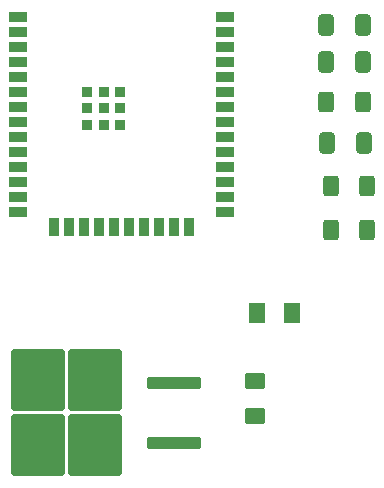
<source format=gbr>
%TF.GenerationSoftware,KiCad,Pcbnew,7.0.10*%
%TF.CreationDate,2024-05-28T16:22:07+05:30*%
%TF.ProjectId,pro1,70726f31-2e6b-4696-9361-645f70636258,rev?*%
%TF.SameCoordinates,Original*%
%TF.FileFunction,Paste,Top*%
%TF.FilePolarity,Positive*%
%FSLAX46Y46*%
G04 Gerber Fmt 4.6, Leading zero omitted, Abs format (unit mm)*
G04 Created by KiCad (PCBNEW 7.0.10) date 2024-05-28 16:22:07*
%MOMM*%
%LPD*%
G01*
G04 APERTURE LIST*
G04 Aperture macros list*
%AMRoundRect*
0 Rectangle with rounded corners*
0 $1 Rounding radius*
0 $2 $3 $4 $5 $6 $7 $8 $9 X,Y pos of 4 corners*
0 Add a 4 corners polygon primitive as box body*
4,1,4,$2,$3,$4,$5,$6,$7,$8,$9,$2,$3,0*
0 Add four circle primitives for the rounded corners*
1,1,$1+$1,$2,$3*
1,1,$1+$1,$4,$5*
1,1,$1+$1,$6,$7*
1,1,$1+$1,$8,$9*
0 Add four rect primitives between the rounded corners*
20,1,$1+$1,$2,$3,$4,$5,0*
20,1,$1+$1,$4,$5,$6,$7,0*
20,1,$1+$1,$6,$7,$8,$9,0*
20,1,$1+$1,$8,$9,$2,$3,0*%
G04 Aperture macros list end*
%ADD10RoundRect,0.250000X-0.400000X-0.625000X0.400000X-0.625000X0.400000X0.625000X-0.400000X0.625000X0*%
%ADD11RoundRect,0.250001X0.624999X-0.462499X0.624999X0.462499X-0.624999X0.462499X-0.624999X-0.462499X0*%
%ADD12RoundRect,0.250000X-0.412500X-0.650000X0.412500X-0.650000X0.412500X0.650000X-0.412500X0.650000X0*%
%ADD13RoundRect,0.250001X-0.462499X-0.624999X0.462499X-0.624999X0.462499X0.624999X-0.462499X0.624999X0*%
%ADD14R,1.500000X0.900000*%
%ADD15R,0.900000X1.500000*%
%ADD16R,0.900000X0.900000*%
%ADD17RoundRect,0.250000X0.400000X0.625000X-0.400000X0.625000X-0.400000X-0.625000X0.400000X-0.625000X0*%
%ADD18RoundRect,0.250000X2.050000X0.300000X-2.050000X0.300000X-2.050000X-0.300000X2.050000X-0.300000X0*%
%ADD19RoundRect,0.250000X2.025000X2.375000X-2.025000X2.375000X-2.025000X-2.375000X2.025000X-2.375000X0*%
G04 APERTURE END LIST*
D10*
%TO.C,R1*%
X154700000Y-52100000D03*
X157800000Y-52100000D03*
%TD*%
D11*
%TO.C,D3*%
X148700000Y-78700000D03*
X148700000Y-75725000D03*
%TD*%
D12*
%TO.C,C3*%
X157800000Y-48700000D03*
X154675000Y-48700000D03*
%TD*%
%TO.C,C1*%
X154775000Y-55600000D03*
X157900000Y-55600000D03*
%TD*%
D13*
%TO.C,D1*%
X148825000Y-70000000D03*
X151800000Y-70000000D03*
%TD*%
D10*
%TO.C,R3*%
X155100000Y-62900000D03*
X158200000Y-62900000D03*
%TD*%
D12*
%TO.C,C2*%
X157800000Y-45600000D03*
X154675000Y-45600000D03*
%TD*%
D14*
%TO.C,U1*%
X128626200Y-44907200D03*
X128626200Y-46177200D03*
X128626200Y-47447200D03*
X128626200Y-48717200D03*
X128626200Y-49987200D03*
X128626200Y-51257200D03*
X128626200Y-52527200D03*
X128626200Y-53797200D03*
X128626200Y-55067200D03*
X128626200Y-56337200D03*
X128626200Y-57607200D03*
X128626200Y-58877200D03*
X128626200Y-60147200D03*
X128626200Y-61417200D03*
D15*
X131666200Y-62667200D03*
X132936200Y-62667200D03*
X134206200Y-62667200D03*
X135476200Y-62667200D03*
X136746200Y-62667200D03*
X138016200Y-62667200D03*
X139286200Y-62667200D03*
X140556200Y-62667200D03*
X141826200Y-62667200D03*
X143096200Y-62667200D03*
D14*
X146126200Y-61417200D03*
X146126200Y-60147200D03*
X146126200Y-58877200D03*
X146126200Y-57607200D03*
X146126200Y-56337200D03*
X146126200Y-55067200D03*
X146126200Y-53797200D03*
X146126200Y-52527200D03*
X146126200Y-51257200D03*
X146126200Y-49987200D03*
X146126200Y-48717200D03*
X146126200Y-47447200D03*
X146126200Y-46177200D03*
X146126200Y-44907200D03*
D16*
X134476200Y-51227200D03*
X134476200Y-52627200D03*
X134476200Y-54027200D03*
X135876200Y-51227200D03*
X135876200Y-52627200D03*
X135876200Y-54027200D03*
X137276200Y-51227200D03*
X137276200Y-52627200D03*
X137276200Y-54027200D03*
%TD*%
D17*
%TO.C,R2*%
X158200000Y-59200000D03*
X155100000Y-59200000D03*
%TD*%
D18*
%TO.C,U3*%
X141875000Y-80940000D03*
D19*
X135150000Y-81175000D03*
X135150000Y-75625000D03*
X130300000Y-81175000D03*
X130300000Y-75625000D03*
D18*
X141875000Y-75860000D03*
%TD*%
M02*

</source>
